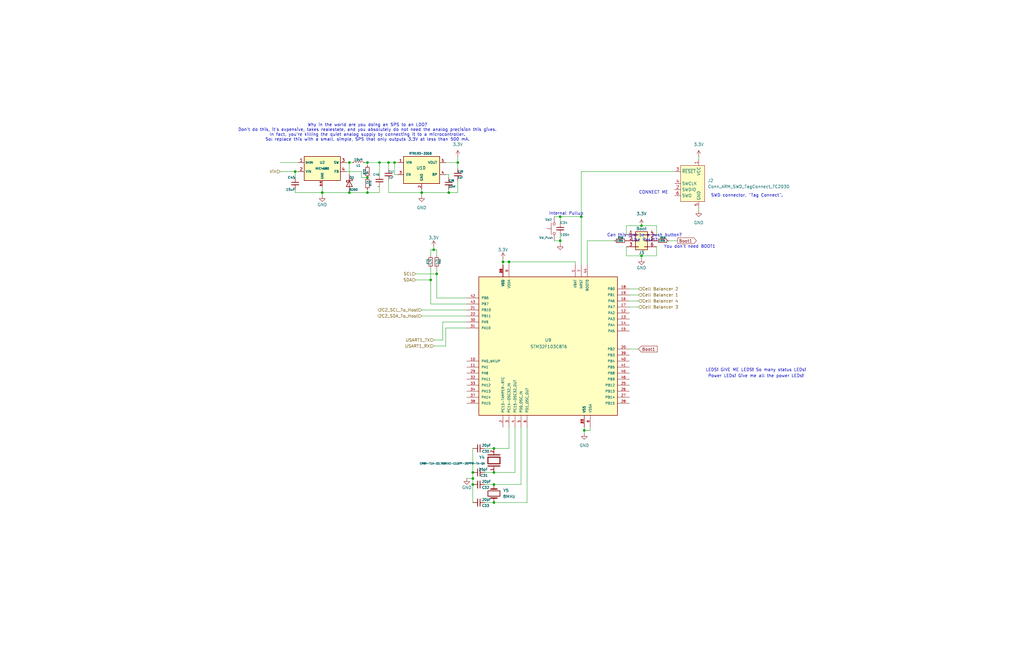
<source format=kicad_sch>
(kicad_sch (version 20250114) (generator "eeschema") (generator_version "9.0")
  (paper "B")
  (title_block (title "Battery Management System") (date "2025-04-20") (rev "0.0.3") (company "Portland State University") (comment 1 "Fernando Custodio, Tyler Tran") (comment 2 "Daniel Anishchenko, Cuauhtemoc Gomez, Cody Reid") (comment 3 "Capstone - Team #6"))
  (lib_symbols
    (symbol "CM8V-T1A-32.768KHZ-12.5PF-20PPM-TA-QA:CM8V-T1A-32.768KHZ-12.5PF-20PPM-TA-QA" (pin_names (offset 1.016))
      (property "Reference" "Y" (at -5.0878 3.8159 0))
      (property "Value" "CM8V-T1A-32.768KHZ-12.5PF-20PPM-TA-QA" (at -5.0944 -5.0944 0))
      (symbol "CM8V-T1A-32.768KHZ-12.5PF-20PPM-TA-QA_0_0"
        (polyline (pts (xy -2.3368 2.54) (xy -2.3368 -2.54)) (stroke (width 0.4064)))
        (polyline (pts (xy -1.397 2.54) (xy -1.397 -2.54)) (stroke (width 0.4064)))
        (polyline (pts (xy -1.397 2.54) (xy 1.397 2.54)) (stroke (width 0.4064)))
        (polyline (pts (xy 1.397 2.54) (xy 1.397 -2.54)) (stroke (width 0.4064)))
        (polyline (pts (xy 1.397 -2.54) (xy -1.397 -2.54)) (stroke (width 0.4064)))
        (polyline (pts (xy 2.3368 2.54) (xy 2.3368 -2.54)) (stroke (width 0.4064)))
        (pin passive line (at -5.08 0 0) (length 2.54) (name "~") (number "1"))
        (pin passive line (at 5.08 0 180) (length 2.54) (name "~") (number "2"))
      )
    )
    (symbol "Connector:Conn_ARM_SWD_TagConnect_TC2030" (in_bom no)
      (property "Reference" "J" (at 2.54 11.43 0))
      (property "Value" "Conn_ARM_SWD_TagConnect_TC2030" (at 5.08 8.89 0))
      (symbol "Conn_ARM_SWD_TagConnect_TC2030_0_0"
        (pin power_in line (at -2.54 10.16 270) (length 2.54) (name "VCC") (number "1"))
        (pin power_in line (at -2.54 -10.16 90) (length 2.54) (name "GND") (number "5"))
        (pin open_collector line (at 7.62 5.08 180) (length 2.54) (name "~{RESET}") (number "3"))
        (pin output line (at 7.62 0 180) (length 2.54) (name "SWCLK") (number "4"))
        (pin bidirectional line (at 7.62 -2.54 180) (length 2.54) (name "SWDIO") (number "2"))
        (pin input line (at 7.62 -5.08 180) (length 2.54) (name "SWO") (number "6"))
      )
      (symbol "Conn_ARM_SWD_TagConnect_TC2030_0_1"
        (rectangle (start -5.08 7.62) (end 5.08 -7.62) (fill (type background)))
      )
    )
    (symbol "Connector_Generic:Conn_02x03_Top_Bottom" (pin_names (offset 1.016) (hide yes))
      (property "Reference" "J" (at 1.27 5.08 0))
      (property "Value" "Conn_02x03_Top_Bottom" (at 1.27 -5.08 0))
      (symbol "Conn_02x03_Top_Bottom_1_1"
        (rectangle (start -1.27 3.81) (end 3.81 -3.81) (stroke (width 0.254)) (fill (type background)))
        (rectangle (start -1.27 2.667) (end 0 2.413) (stroke (width 0.1524)))
        (rectangle (start -1.27 0.127) (end 0 -0.127) (stroke (width 0.1524)))
        (rectangle (start -1.27 -2.413) (end 0 -2.667) (stroke (width 0.1524)))
        (rectangle (start 3.81 2.667) (end 2.54 2.413) (stroke (width 0.1524)))
        (rectangle (start 3.81 0.127) (end 2.54 -0.127) (stroke (width 0.1524)))
        (rectangle (start 3.81 -2.413) (end 2.54 -2.667) (stroke (width 0.1524)))
        (pin passive line (at -5.08 2.54 0) (length 3.81) (name "Pin_1") (number "1"))
        (pin passive line (at -5.08 0 0) (length 3.81) (name "Pin_2") (number "2"))
        (pin passive line (at -5.08 -2.54 0) (length 3.81) (name "Pin_3") (number "3"))
        (pin passive line (at 7.62 2.54 180) (length 3.81) (name "Pin_4") (number "4"))
        (pin passive line (at 7.62 0 180) (length 3.81) (name "Pin_5") (number "5"))
        (pin passive line (at 7.62 -2.54 180) (length 3.81) (name "Pin_6") (number "6"))
      )
    )
    (symbol "Device:C_Small" (pin_numbers (hide yes)) (pin_names (offset 0.254) (hide yes))
      (property "Reference" "C" (at 0.254 1.778 0))
      (property "Value" "C_Small" (at 0.254 -2.032 0))
      (symbol "C_Small_0_1"
        (polyline (pts (xy -1.524 0.508) (xy 1.524 0.508)) (stroke (width 0.3048)))
        (polyline (pts (xy -1.524 -0.508) (xy 1.524 -0.508)) (stroke (width 0.3302)))
      )
      (symbol "C_Small_1_1"
        (pin passive line (at 0 2.54 270) (length 2.032) (name "~") (number "1"))
        (pin passive line (at 0 -2.54 90) (length 2.032) (name "~") (number "2"))
      )
    )
    (symbol "Device:Crystal" (pin_numbers (hide yes)) (pin_names (offset 1.016) (hide yes))
      (property "Reference" "Y" (at 0 3.81 0))
      (property "Value" "Crystal" (at 0 -3.81 0))
      (symbol "Crystal_0_1"
        (polyline (pts (xy -2.54 0) (xy -1.905 0)))
        (polyline (pts (xy -1.905 -1.27) (xy -1.905 1.27)) (stroke (width 0.508)))
        (rectangle (start -1.143 2.54) (end 1.143 -2.54) (stroke (width 0.3048)))
        (polyline (pts (xy 1.905 -1.27) (xy 1.905 1.27)) (stroke (width 0.508)))
        (polyline (pts (xy 2.54 0) (xy 1.905 0)))
      )
      (symbol "Crystal_1_1"
        (pin passive line (at -3.81 0 0) (length 1.27) (name "1") (number "1"))
        (pin passive line (at 3.81 0 180) (length 1.27) (name "2") (number "2"))
      )
    )
    (symbol "Device:L_Small" (pin_numbers (hide yes)) (pin_names (offset 0.254) (hide yes))
      (property "Reference" "L" (at 0.762 1.016 0))
      (property "Value" "L_Small" (at 0.762 -1.016 0))
      (symbol "L_Small_0_1"
        (arc (start 0 2.032) (mid 0.5058 1.524) (end 0 1.016))
        (arc (start 0 1.016) (mid 0.5058 0.508) (end 0 0))
        (arc (start 0 0) (mid 0.5058 -0.508) (end 0 -1.016))
        (arc (start 0 -1.016) (mid 0.5058 -1.524) (end 0 -2.032))
      )
      (symbol "L_Small_1_1"
        (pin passive line (at 0 2.54 270) (length 0.508) (name "~") (number "1"))
        (pin passive line (at 0 -2.54 90) (length 0.508) (name "~") (number "2"))
      )
    )
    (symbol "Device:R_Small" (pin_numbers (hide yes)) (pin_names (offset 0.254) (hide yes))
      (property "Reference" "R" (at 0 0 90))
      (property "Value" "R_Small" (at 1.778 0 90))
      (symbol "R_Small_0_1"
        (rectangle (start -0.762 1.778) (end 0.762 -1.778) (stroke (width 0.2032)))
      )
      (symbol "R_Small_1_1"
        (pin passive line (at 0 2.54 270) (length 0.762) (name "~") (number "1"))
        (pin passive line (at 0 -2.54 90) (length 0.762) (name "~") (number "2"))
      )
    )
    (symbol "Diode:B260" (pin_numbers (hide yes)) (pin_names (offset 1.016) (hide yes))
      (property "Reference" "D" (at 0 2.54 0))
      (property "Value" "B260" (at 0 -2.54 0))
      (symbol "B260_0_1"
        (polyline (pts (xy -1.905 0.635) (xy -1.905 1.27) (xy -1.27 1.27) (xy -1.27 -1.27) (xy -0.635 -1.27) (xy -0.635 -0.635)) (stroke (width 0.254)))
        (polyline (pts (xy 1.27 1.27) (xy 1.27 -1.27) (xy -1.27 0) (xy 1.27 1.27)) (stroke (width 0.254)))
        (polyline (pts (xy 1.27 0) (xy -1.27 0)))
      )
      (symbol "B260_1_1"
        (pin passive line (at -3.81 0 0) (length 2.54) (name "K") (number "1"))
        (pin passive line (at 3.81 0 180) (length 2.54) (name "A") (number "2"))
      )
    )
    (symbol "MIC4680:MIC4680"
      (property "Reference" "U2" (at 0 10.16 0))
      (property "Value" "MIC4680" (at 0 7.62 0))
      (symbol "MIC4680_0_1"
        (rectangle (start -7.62 5.08) (end 7.62 -5.08) (stroke (width 0.254)) (fill (type background)))
      )
      (symbol "MIC4680_1_0"
        (pin power_in line (at 0 -7.62 90) (length 2.54) (name "GND") (number "5-8"))
      )
      (symbol "MIC4680_1_1"
        (pin input line (at -10.16 2.54 0) (length 2.54) (name "SHDN") (number "1"))
        (pin power_in line (at -10.16 -1.27 0) (length 2.54) (name "VIN") (number "2"))
        (pin power_out line (at 10.16 2.54 180) (length 2.54) (name "SW") (number "3"))
        (pin input line (at 10.16 -1.27 180) (length 2.54) (name "FB") (number "4"))
      )
    )
    (symbol "RT9193-33GB:RT9193-33GB" (pin_names (offset 1.016))
      (property "Reference" "U10" (at -0.254 0.254 0))
      (property "Value" "RT9193-33GB" (at -0.508 6.35 0))
      (symbol "RT9193-33GB_0_0"
        (rectangle (start -7.62 5.08) (end 7.62 -6.35) (stroke (width 0.254)) (fill (type background)))
      )
      (symbol "RT9193-33GB_1_0"
        (pin input line (at -10.16 2.54 0) (length 2.54) (name "VIN") (number "1"))
        (pin input line (at -10.16 -2.54 0) (length 2.54) (name "EN") (number "3"))
        (pin power_in line (at 0 -8.89 90) (length 2.54) (name "GND") (number "2"))
        (pin output line (at 10.16 2.54 180) (length 2.54) (name "VOUT") (number "5"))
        (pin passive line (at 10.16 -2.54 180) (length 2.54) (name "BP") (number "4"))
      )
    )
    (symbol "STM32F103C8T6:STM32F103C8T6" (pin_names (offset 1.016))
      (property "Reference" "U9" (at 0 2.54 0))
      (property "Value" "STM32F103C8T6" (at 0.254 -0.254 0))
      (symbol "STM32F103C8T6_0_0"
        (rectangle (start -29.21 29.21) (end 29.21 -29.21) (stroke (width 0.254)) (fill (type background)))
        (pin bidirectional line (at -34.29 20.32 0) (length 5.08) (name "PB6") (number "42"))
        (pin bidirectional line (at -34.29 17.78 0) (length 5.08) (name "PB7") (number "43"))
        (pin bidirectional line (at -34.29 15.24 0) (length 5.08) (name "PB10") (number "21"))
        (pin bidirectional line (at -34.29 12.7 0) (length 5.08) (name "PB11") (number "22"))
        (pin bidirectional line (at -34.29 10.16 0) (length 5.08) (name "PA9") (number "30"))
        (pin bidirectional line (at -34.29 7.62 0) (length 5.08) (name "PA10") (number "31"))
        (pin bidirectional line (at -34.29 -6.35 0) (length 5.08) (name "PA0_WKUP") (number "10"))
        (pin bidirectional line (at -34.29 -8.89 0) (length 5.08) (name "PA1") (number "11"))
        (pin bidirectional line (at -34.29 -11.43 0) (length 5.08) (name "PA8") (number "29"))
        (pin bidirectional line (at -34.29 -13.97 0) (length 5.08) (name "PA11") (number "32"))
        (pin bidirectional line (at -34.29 -16.51 0) (length 5.08) (name "PA12") (number "33"))
        (pin bidirectional line (at -34.29 -19.05 0) (length 5.08) (name "PA13") (number "34"))
        (pin bidirectional line (at -34.29 -21.59 0) (length 5.08) (name "PA14") (number "37"))
        (pin bidirectional line (at -34.29 -24.13 0) (length 5.08) (name "PA15") (number "38"))
        (pin power_in line (at -19.05 34.29 270) (length 5.08) (name "VDD") (number "24"))
        (pin power_in line (at -19.05 34.29 270) (length 5.08) (name "VDD") (number "36"))
        (pin power_in line (at -19.05 34.29 270) (length 5.08) (name "VDD") (number "48"))
        (pin bidirectional line (at -19.05 -34.29 90) (length 5.08) (name "PC13-TAMPER-RTC") (number "2"))
        (pin power_in line (at -16.51 34.29 270) (length 5.08) (name "VDDA") (number "9"))
        (pin bidirectional line (at -16.51 -34.29 90) (length 5.08) (name "PC14-OSC32_IN") (number "3"))
        (pin bidirectional line (at -13.97 -34.29 90) (length 5.08) (name "PC15-OSC32_OUT") (number "4"))
        (pin bidirectional line (at -11.43 -34.29 90) (length 5.08) (name "PD0_OSC_IN") (number "5"))
        (pin bidirectional line (at -8.89 -34.29 90) (length 5.08) (name "PD1_OSC_OUT") (number "6"))
        (pin bidirectional line (at 11.43 34.29 270) (length 5.08) (name "VBAT") (number "1"))
        (pin input line (at 13.97 34.29 270) (length 5.08) (name "NRST") (number "7"))
        (pin power_in line (at 15.24 -34.29 90) (length 5.08) (name "VSS") (number "23"))
        (pin power_in line (at 15.24 -34.29 90) (length 5.08) (name "VSS") (number "35"))
        (pin power_in line (at 15.24 -34.29 90) (length 5.08) (name "VSS") (number "47"))
        (pin input line (at 16.51 34.29 270) (length 5.08) (name "BOOT0") (number "44"))
        (pin power_in line (at 17.78 -34.29 90) (length 5.08) (name "VSSA") (number "8"))
        (pin bidirectional line (at 34.29 24.13 180) (length 5.08) (name "PB0") (number "18"))
        (pin bidirectional line (at 34.29 21.59 180) (length 5.08) (name "PB1") (number "19"))
        (pin bidirectional line (at 34.29 19.05 180) (length 5.08) (name "PA6") (number "16"))
        (pin bidirectional line (at 34.29 16.51 180) (length 5.08) (name "PA7") (number "17"))
        (pin bidirectional line (at 34.29 13.97 180) (length 5.08) (name "PA2") (number "12"))
        (pin bidirectional line (at 34.29 11.43 180) (length 5.08) (name "PA3") (number "13"))
        (pin bidirectional line (at 34.29 8.89 180) (length 5.08) (name "PA4") (number "14"))
        (pin bidirectional line (at 34.29 6.35 180) (length 5.08) (name "PA5") (number "15"))
        (pin bidirectional line (at 34.29 -1.27 180) (length 5.08) (name "PB2") (number "20"))
        (pin bidirectional line (at 34.29 -3.81 180) (length 5.08) (name "PB3") (number "39"))
        (pin bidirectional line (at 34.29 -6.35 180) (length 5.08) (name "PB4") (number "40"))
        (pin bidirectional line (at 34.29 -8.89 180) (length 5.08) (name "PB5") (number "41"))
        (pin bidirectional line (at 34.29 -11.43 180) (length 5.08) (name "PB8") (number "45"))
        (pin bidirectional line (at 34.29 -13.97 180) (length 5.08) (name "PB9") (number "46"))
        (pin bidirectional line (at 34.29 -16.51 180) (length 5.08) (name "PB12") (number "25"))
        (pin bidirectional line (at 34.29 -19.05 180) (length 5.08) (name "PB13") (number "26"))
        (pin bidirectional line (at 34.29 -21.59 180) (length 5.08) (name "PB14") (number "27"))
        (pin bidirectional line (at 34.29 -24.13 180) (length 5.08) (name "PB15") (number "28"))
      )
    )
    (symbol "Switch:SW_Push" (pin_numbers (hide yes)) (pin_names (offset 1.016) (hide yes))
      (property "Reference" "SW" (at 1.27 2.54 0))
      (property "Value" "SW_Push" (at 0 -1.524 0))
      (symbol "SW_Push_0_1"
        (circle (center -2.032 0) (radius 0.508))
        (polyline (pts (xy 0 1.27) (xy 0 3.048)))
        (circle (center 2.032 0) (radius 0.508))
        (polyline (pts (xy 2.54 1.27) (xy -2.54 1.27)))
        (pin passive line (at -5.08 0 0) (length 2.54) (name "1") (number "1"))
        (pin passive line (at 5.08 0 180) (length 2.54) (name "2") (number "2"))
      )
    )
    (symbol "power:GND" (power) (pin_numbers (hide yes)) (pin_names (offset 0) (hide yes))
      (property "Value" "GND" (at 0 -3.81 0))
      (symbol "GND_0_1"
        (polyline (pts (xy 0 0) (xy 0 -1.27) (xy 1.27 -1.27) (xy 0 -2.54) (xy -1.27 -1.27) (xy 0 -1.27)))
      )
      (symbol "GND_1_1"
        (pin power_in line (at 0 0 270) (length 0) (name "~") (number "1"))
      )
    )
    (symbol "power:VCC" (power) (pin_numbers (hide yes)) (pin_names (offset 0) (hide yes))
      (property "Value" "VCC" (at 0 3.556 0))
      (symbol "VCC_0_1"
        (polyline (pts (xy -0.762 1.27) (xy 0 2.54)))
        (polyline (pts (xy 0 2.54) (xy 0.762 1.27)))
        (polyline (pts (xy 0 0) (xy 0 2.54)))
      )
      (symbol "VCC_1_1"
        (pin power_in line (at 0 0 90) (length 0) (name "~") (number "1"))
      )
    )
  )
  (text "You don't need BOOT1" (at 290.83 104.14 0) (effects (font (size 1.27 1.27))))
  (text "Can this just be a push button?\nLike Reset?" (at 271.78 100.33 0) (effects (font (size 1.27 1.27))))
  (text "LEDS! GIVE ME LEDS! So many status LEDs!" (at 318.77 156.21 0) (effects (font (size 1.27 1.27))))
  (text "SWD connector, \"Tag Connect\"." (at 314.96 82.55 0) (effects (font (size 1.27 1.27))))
  (text "Why in the world are you doing an SPS to an LDO?\nDon't do this, it's expensive, takes realestate, and you absolutely do not need the analog precision this gives.\nIn fact, you're killing the quiet analog supply by connecting it to a microcontroller.\nSo: replace this with a small, simple, SPS that only outputs 3.3V at less than 500 mA." (at 154.94 55.88 0) (effects (font (size 1.27 1.27))))
  (text "Power LEDs! Give me all the power LEDs!" (at 318.77 158.75 0) (effects (font (size 1.27 1.27))))
  (text "CONNECT ME" (at 275.59 81.28 0) (effects (font (size 1.27 1.27))))
  (text "Internal Pullup" (at 238.76 90.17 0) (effects (font (size 1.27 1.27))))
  (junction (at 236.22 101.6))
  (junction (at 208.28 199.39))
  (junction (at 208.28 212.09))
  (junction (at 147.32 81.28))
  (junction (at 270.51 107.95))
  (junction (at 199.39 199.39))
  (junction (at 214.63 110.49))
  (junction (at 270.51 95.25))
  (junction (at 163.83 68.58))
  (junction (at 208.28 189.23))
  (junction (at 246.38 181.61))
  (junction (at 212.09 110.49))
  (junction (at 154.94 74.93))
  (junction (at 147.32 68.58))
  (junction (at 199.39 201.93))
  (junction (at 177.8 81.28))
  (junction (at 135.89 81.28))
  (junction (at 199.39 204.47))
  (junction (at 182.88 105.41))
  (junction (at 208.28 204.47))
  (junction (at 166.37 68.58))
  (junction (at 236.22 91.44))
  (junction (at 154.94 81.28))
  (junction (at 154.94 68.58))
  (junction (at 160.02 68.58))
  (junction (at 189.23 81.28))
  (junction (at 181.61 118.11))
  (junction (at 124.46 72.39))
  (junction (at 193.04 68.58))
  (junction (at 184.15 115.57))
  (junction (at 245.11 91.44))
  (wire (pts (xy 166.37 73.66) (xy 166.37 68.58)))
  (wire (pts (xy 125.73 72.39) (xy 124.46 72.39)))
  (wire (pts (xy 233.68 101.6) (xy 236.22 101.6)))
  (wire (pts (xy 147.32 68.58) (xy 147.32 73.66)))
  (wire (pts (xy 264.16 107.95) (xy 270.51 107.95)))
  (wire (pts (xy 182.88 143.51) (xy 186.69 143.51)))
  (wire (pts (xy 163.83 81.28) (xy 177.8 81.28)))
  (wire (pts (xy 264.16 95.25) (xy 270.51 95.25)))
  (wire (pts (xy 193.04 76.2) (xy 193.04 81.28)))
  (wire (pts (xy 181.61 113.03) (xy 181.61 118.11)))
  (wire (pts (xy 135.89 78.74) (xy 135.89 81.28)))
  (wire (pts (xy 264.16 104.14) (xy 264.16 107.95)))
  (wire (pts (xy 154.94 81.28) (xy 147.32 81.28)))
  (wire (pts (xy 193.04 71.12) (xy 193.04 68.58)))
  (wire (pts (xy 189.23 73.66) (xy 187.96 73.66)))
  (wire (pts (xy 208.28 204.47) (xy 219.71 204.47)))
  (wire (pts (xy 242.57 111.76) (xy 242.57 110.49)))
  (wire (pts (xy 167.64 73.66) (xy 166.37 73.66)))
  (wire (pts (xy 265.43 121.92) (xy 269.24 121.92)))
  (wire (pts (xy 175.26 118.11) (xy 181.61 118.11)))
  (wire (pts (xy 177.8 130.81) (xy 196.85 130.81)))
  (wire (pts (xy 184.15 115.57) (xy 184.15 125.73)))
  (wire (pts (xy 163.83 68.58) (xy 166.37 68.58)))
  (wire (pts (xy 196.85 201.93) (xy 199.39 201.93)))
  (wire (pts (xy 212.09 110.49) (xy 212.09 111.76)))
  (wire (pts (xy 199.39 199.39) (xy 199.39 201.93)))
  (wire (pts (xy 135.89 81.28) (xy 135.89 82.55)))
  (wire (pts (xy 181.61 128.27) (xy 196.85 128.27)))
  (wire (pts (xy 184.15 113.03) (xy 184.15 115.57)))
  (wire (pts (xy 222.25 180.34) (xy 222.25 212.09)))
  (wire (pts (xy 248.92 180.34) (xy 248.92 181.61)))
  (wire (pts (xy 118.11 68.58) (xy 125.73 68.58)))
  (wire (pts (xy 259.08 101.6) (xy 247.65 101.6)))
  (wire (pts (xy 124.46 81.28) (xy 135.89 81.28)))
  (wire (pts (xy 153.67 68.58) (xy 154.94 68.58)))
  (wire (pts (xy 147.32 68.58) (xy 148.59 68.58)))
  (wire (pts (xy 236.22 101.6) (xy 236.22 102.87)))
  (wire (pts (xy 265.43 129.54) (xy 269.24 129.54)))
  (wire (pts (xy 208.28 212.09) (xy 222.25 212.09)))
  (wire (pts (xy 152.4 72.39) (xy 152.4 74.93)))
  (wire (pts (xy 265.43 147.32) (xy 269.24 147.32)))
  (wire (pts (xy 154.94 80.01) (xy 154.94 81.28)))
  (wire (pts (xy 246.38 180.34) (xy 246.38 181.61)))
  (wire (pts (xy 187.96 138.43) (xy 196.85 138.43)))
  (wire (pts (xy 152.4 74.93) (xy 154.94 74.93)))
  (wire (pts (xy 285.75 101.6) (xy 281.94 101.6)))
  (wire (pts (xy 189.23 80.01) (xy 189.23 81.28)))
  (wire (pts (xy 204.47 212.09) (xy 208.28 212.09)))
  (wire (pts (xy 245.11 72.39) (xy 245.11 91.44)))
  (wire (pts (xy 181.61 107.95) (xy 181.61 105.41)))
  (wire (pts (xy 276.86 107.95) (xy 270.51 107.95)))
  (wire (pts (xy 154.94 68.58) (xy 154.94 69.85)))
  (wire (pts (xy 276.86 95.25) (xy 270.51 95.25)))
  (wire (pts (xy 193.04 66.04) (xy 193.04 68.58)))
  (wire (pts (xy 160.02 68.58) (xy 160.02 73.66)))
  (wire (pts (xy 175.26 115.57) (xy 184.15 115.57)))
  (wire (pts (xy 214.63 180.34) (xy 214.63 189.23)))
  (wire (pts (xy 199.39 201.93) (xy 199.39 204.47)))
  (wire (pts (xy 163.83 76.2) (xy 163.83 81.28)))
  (wire (pts (xy 135.89 81.28) (xy 147.32 81.28)))
  (wire (pts (xy 199.39 204.47) (xy 199.39 212.09)))
  (wire (pts (xy 182.88 146.05) (xy 187.96 146.05)))
  (wire (pts (xy 276.86 99.06) (xy 276.86 95.25)))
  (wire (pts (xy 217.17 180.34) (xy 217.17 199.39)))
  (wire (pts (xy 208.28 189.23) (xy 214.63 189.23)))
  (wire (pts (xy 204.47 204.47) (xy 208.28 204.47)))
  (wire (pts (xy 214.63 111.76) (xy 214.63 110.49)))
  (wire (pts (xy 186.69 143.51) (xy 186.69 135.89)))
  (wire (pts (xy 236.22 91.44) (xy 236.22 93.98)))
  (wire (pts (xy 166.37 68.58) (xy 167.64 68.58)))
  (wire (pts (xy 247.65 101.6) (xy 247.65 111.76)))
  (wire (pts (xy 181.61 118.11) (xy 181.61 128.27)))
  (wire (pts (xy 177.8 80.01) (xy 177.8 81.28)))
  (wire (pts (xy 248.92 181.61) (xy 246.38 181.61)))
  (wire (pts (xy 294.64 88.9) (xy 294.64 87.63)))
  (wire (pts (xy 294.64 66.04) (xy 294.64 67.31)))
  (wire (pts (xy 204.47 189.23) (xy 208.28 189.23)))
  (wire (pts (xy 204.47 199.39) (xy 208.28 199.39)))
  (wire (pts (xy 181.61 105.41) (xy 182.88 105.41)))
  (wire (pts (xy 118.11 72.39) (xy 124.46 72.39)))
  (wire (pts (xy 177.8 81.28) (xy 189.23 81.28)))
  (wire (pts (xy 276.86 104.14) (xy 276.86 107.95)))
  (wire (pts (xy 214.63 110.49) (xy 212.09 110.49)))
  (wire (pts (xy 177.8 133.35) (xy 196.85 133.35)))
  (wire (pts (xy 212.09 109.22) (xy 212.09 110.49)))
  (wire (pts (xy 242.57 110.49) (xy 214.63 110.49)))
  (wire (pts (xy 265.43 124.46) (xy 269.24 124.46)))
  (wire (pts (xy 236.22 99.06) (xy 236.22 101.6)))
  (wire (pts (xy 160.02 81.28) (xy 154.94 81.28)))
  (wire (pts (xy 184.15 105.41) (xy 182.88 105.41)))
  (wire (pts (xy 189.23 74.93) (xy 189.23 73.66)))
  (wire (pts (xy 124.46 80.01) (xy 124.46 81.28)))
  (wire (pts (xy 187.96 146.05) (xy 187.96 138.43)))
  (wire (pts (xy 245.11 91.44) (xy 236.22 91.44)))
  (wire (pts (xy 160.02 68.58) (xy 163.83 68.58)))
  (wire (pts (xy 245.11 91.44) (xy 245.11 111.76)))
  (wire (pts (xy 265.43 127) (xy 269.24 127)))
  (wire (pts (xy 124.46 72.39) (xy 124.46 74.93)))
  (wire (pts (xy 186.69 135.89) (xy 196.85 135.89)))
  (wire (pts (xy 264.16 99.06) (xy 264.16 95.25)))
  (wire (pts (xy 189.23 81.28) (xy 193.04 81.28)))
  (wire (pts (xy 163.83 68.58) (xy 163.83 71.12)))
  (wire (pts (xy 208.28 199.39) (xy 217.17 199.39)))
  (wire (pts (xy 177.8 81.28) (xy 177.8 82.55)))
  (wire (pts (xy 184.15 125.73) (xy 196.85 125.73)))
  (wire (pts (xy 160.02 78.74) (xy 160.02 81.28)))
  (wire (pts (xy 187.96 68.58) (xy 193.04 68.58)))
  (wire (pts (xy 233.68 91.44) (xy 236.22 91.44)))
  (wire (pts (xy 219.71 180.34) (xy 219.71 204.47)))
  (wire (pts (xy 270.51 109.22) (xy 270.51 107.95)))
  (wire (pts (xy 154.94 68.58) (xy 160.02 68.58)))
  (wire (pts (xy 146.05 68.58) (xy 147.32 68.58)))
  (wire (pts (xy 199.39 189.23) (xy 199.39 199.39)))
  (wire (pts (xy 284.48 72.39) (xy 245.11 72.39)))
  (wire (pts (xy 182.88 104.14) (xy 182.88 105.41)))
  (wire (pts (xy 184.15 107.95) (xy 184.15 105.41)))
  (wire (pts (xy 146.05 72.39) (xy 152.4 72.39)))
  (wire (pts (xy 246.38 181.61) (xy 246.38 182.88)))
  (global_label "Boot1" (shape input) (at 269.24 147.32 0) (property "Intersheetrefs" "${INTERSHEET_REFS}" (effects (hide yes))))
  (global_label "Boot1" (shape output) (at 285.75 101.6 0) (property "Intersheetrefs" "${INTERSHEET_REFS}" (effects (hide yes))))
  (hierarchical_label "SCL" (shape input) (at 175.26 115.57 180))
  (hierarchical_label "I2C2_SCL_To_Host" (shape input) (at 177.8 130.81 180))
  (hierarchical_label "USART1_RX" (shape input) (at 182.88 146.05 180))
  (hierarchical_label "Vin" (shape input) (at 118.11 72.39 180))
  (hierarchical_label "USART1_TX" (shape input) (at 182.88 143.51 180))
  (hierarchical_label "Cell Balancer 2" (shape input) (at 269.24 121.92 0))
  (hierarchical_label "SDA" (shape input) (at 175.26 118.11 180))
  (hierarchical_label "Cell Balancer 1" (shape input) (at 269.24 124.46 0))
  (hierarchical_label "I2C2_SDA_To_Host" (shape input) (at 177.8 133.35 180))
  (hierarchical_label "Cell Balancer 3" (shape input) (at 269.24 129.54 0))
  (hierarchical_label "Cell Balancer 4" (shape input) (at 269.24 127 0))
  (symbol (lib_id "Device:C_Small") (at 193.04 73.66 0) (unit 1)
    (property "Reference" "C29" (at 193.04 72.39 0) (effects (font (size 0.762 0.762)) (justify left)))
    (property "Value" "1uF" (at 193.04 74.93 0) (effects (font (size 0.762 0.762)) (justify left)))
    (property "Footprint" "Capacitor_SMD:C_0201_0603Metric" (effects (hide yes)))
    (property "Description" "Unpolarized capacitor, small symbol" (effects (hide yes)))
  )
  (symbol (lib_id "Device:C_Small") (at 201.93 212.09 270) (unit 1)
    (property "Reference" "C33" (at 203.2 213.36 90) (effects (font (size 1.016 1.016)) (justify left)))
    (property "Value" "20pF" (at 203.2 210.82 90) (effects (font (size 1.016 1.016)) (justify left)))
    (property "Footprint" "Capacitor_SMD:C_0201_0603Metric" (effects (hide yes)))
    (property "Description" "Unpolarized capacitor, small symbol" (effects (hide yes)))
  )
  (symbol (lib_id "power:VCC") (at 193.04 66.04 0) (unit 1)
    (property "Reference" "#PWR029" (effects (hide yes)))
    (property "Value" "3.3V" (at 193.04 60.96 0))
    (property "Description" "Power symbol creates a global label with name \"VCC\"" (effects (hide yes)))
  )
  (symbol (lib_id "Device:C_Small") (at 189.23 77.47 0) (unit 1)
    (property "Reference" "C28" (at 189.23 76.2 0) (effects (font (size 0.762 0.762)) (justify left)))
    (property "Value" "22nF" (at 189.23 78.74 0) (effects (font (size 0.762 0.762)) (justify left)))
    (property "Footprint" "Capacitor_SMD:C_0201_0603Metric" (effects (hide yes)))
    (property "Description" "Unpolarized capacitor, small symbol" (effects (hide yes)))
  )
  (symbol (lib_id "MIC4680:MIC4680") (at 135.89 71.12 0) (unit 1)
    (property "Reference" "U2" (at 135.89 68.58 0) (effects (font (size 1.016 1.016))))
    (property "Value" "MIC4680" (at 135.89 71.12 0) (effects (font (size 0.889 0.889))))
    (property "Footprint" "Package_SO:SOIC-8-1EP_3.9x4.9mm_P1.27mm_EP2.41x3.3mm_ThermalVias" (effects (hide yes)))
    (property "Datasheet" "https://ww1.microchip.com/downloads/en/DeviceDoc/MIC4684.pdf" (effects (hide yes)))
    (property "Description" "2A, 200kHz SuperSwitcher Buck Regulator, 4-30V Input Voltage, Adjustable Output Voltage, SO-8" (effects (hide yes)))
  )
  (symbol (lib_id "Device:R_Small") (at 181.61 110.49 0) (unit 1)
    (property "Reference" "R75" (at 180.34 109.22 90) (effects (font (size 0.762 0.762)) (justify right)))
    (property "Value" "4.7k" (at 181.61 109.22 90) (effects (font (size 0.762 0.762)) (justify right)))
    (property "Footprint" "Resistor_SMD:R_0201_0603Metric" (effects (hide yes)))
    (property "Description" "Resistor, small symbol" (effects (hide yes)))
  )
  (symbol (lib_id "power:VCC") (at 212.09 109.22 0) (unit 1)
    (property "Reference" "#PWR030" (effects (hide yes)))
    (property "Value" "3.3V" (at 212.09 105.41 0))
    (property "Description" "Power symbol creates a global label with name \"VCC\"" (effects (hide yes)))
  )
  (symbol (lib_id "Device:R_Small") (at 261.62 101.6 270) (unit 1)
    (property "Reference" "R58" (at 262.89 100.33 90) (effects (font (size 0.762 0.762)) (justify right)))
    (property "Value" "100k" (at 262.89 101.6 90) (effects (font (size 0.762 0.762)) (justify right)))
    (property "Footprint" "Resistor_SMD:R_0201_0603Metric" (effects (hide yes)))
    (property "Description" "Resistor, small symbol" (effects (hide yes)))
  )
  (symbol (lib_id "Device:C_Small") (at 160.02 76.2 0) (mirror y) (unit 1)
    (property "Reference" "C46" (at 160.02 73.66 0) (effects (font (size 0.889 0.889)) (justify left)))
    (property "Value" "~" (at 160.02 78.74 0) (effects (font (size 1.016 1.016)) (justify left)))
    (property "Footprint" "Capacitor_SMD:C_0201_0603Metric" (effects (hide yes)))
    (property "Description" "Unpolarized capacitor, small symbol" (effects (hide yes)))
  )
  (symbol (lib_id "Device:R_Small") (at 154.94 77.47 0) (mirror y) (unit 1)
    (property "Reference" "R73" (at 156.21 76.2 90) (effects (font (size 0.762 0.762)) (justify right)))
    (property "Value" "1k" (at 154.94 76.2 90) (effects (font (size 0.762 0.762)) (justify right)))
    (property "Footprint" "Resistor_SMD:R_0201_0603Metric" (effects (hide yes)))
    (property "Description" "Resistor, small symbol" (effects (hide yes)))
  )
  (symbol (lib_id "Device:C_Small") (at 201.93 199.39 90) (unit 1)
    (property "Reference" "C31" (at 205.74 200.66 90) (effects (font (size 1.016 1.016)) (justify left)))
    (property "Value" "20pF" (at 205.74 198.12 90) (effects (font (size 1.016 1.016)) (justify left)))
    (property "Footprint" "Capacitor_SMD:C_0201_0603Metric" (effects (hide yes)))
    (property "Description" "Unpolarized capacitor, small symbol" (effects (hide yes)))
  )
  (symbol (lib_id "Device:C_Small") (at 236.22 96.52 0) (unit 1)
    (property "Reference" "C34" (at 236.22 93.98 0) (effects (font (size 1.016 1.016)) (justify left)))
    (property "Value" "100n" (at 236.22 99.06 0) (effects (font (size 1.016 1.016)) (justify left)))
    (property "Footprint" "Capacitor_SMD:C_0201_0603Metric" (effects (hide yes)))
    (property "Description" "Unpolarized capacitor, small symbol" (effects (hide yes)))
  )
  (symbol (lib_id "Device:C_Small") (at 201.93 204.47 270) (unit 1)
    (property "Reference" "C32" (at 203.2 205.74 90) (effects (font (size 1.016 1.016)) (justify left)))
    (property "Value" "20pF" (at 203.2 203.2 90) (effects (font (size 1.016 1.016)) (justify left)))
    (property "Footprint" "Capacitor_SMD:C_0201_0603Metric" (effects (hide yes)))
    (property "Description" "Unpolarized capacitor, small symbol" (effects (hide yes)))
  )
  (symbol (lib_id "STM32F103C8T6:STM32F103C8T6") (at 231.14 146.05 0) (unit 1)
    (property "Reference" "U9" (at 231.14 143.51 0))
    (property "Value" "STM32F103C8T6" (at 231.394 146.304 0))
    (property "Footprint" "STM32F103C8T6:QFP50P900X900X160-48N" (effects (hide yes)))
    (property "MF" "STMicroelectronics" (effects (hide yes)))
    (property "Description_1" "ARM® Cortex®-M3 STM32F1 Microcontroller IC 32-Bit 72MHz 64KB (64K x 8) FLASH 48-LQFP (7x7)" (effects (hide yes)))
    (property "Package" "LQFP-48 STMicroelectronics" (effects (hide yes)))
    (property "Price" "None" (effects (hide yes)))
    (property "Check_prices" "https://www.snapeda.com/parts/STM32F103C8T6/STMicroelectronics/view-part/?ref=eda" (effects (hide yes)))
    (property "STANDARD" "IPC7351B" (effects (hide yes)))
    (property "PARTREV" "10" (effects (hide yes)))
    (property "SnapEDA_Link" "https://www.snapeda.com/parts/STM32F103C8T6/STMicroelectronics/view-part/?ref=snap" (effects (hide yes)))
    (property "MP" "STM32F103C8T6" (effects (hide yes)))
    (property "Availability" "In Stock" (effects (hide yes)))
    (property "MANUFACTURER" "ST Microelectronics" (effects (hide yes)))
  )
  (symbol (lib_id "Device:L_Small") (at 151.13 68.58 90) (unit 1)
    (property "Reference" "L1" (at 151.13 69.85 90) (effects (font (size 0.889 0.889))))
    (property "Value" "10uH" (at 151.13 67.31 90) (effects (font (size 0.889 0.889))))
    (property "Description" "Inductor, small symbol" (effects (hide yes)))
  )
  (symbol (lib_id "power:GND") (at 270.51 109.22 0) (unit 1)
    (property "Reference" "#PWR055" (effects (hide yes)))
    (property "Value" "GND" (at 270.51 113.03 0))
    (property "Description" "Power symbol creates a global label with name \"GND\" , ground" (effects (hide yes)))
  )
  (symbol (lib_id "Device:C_Small") (at 163.83 73.66 0) (unit 1)
    (property "Reference" "C11" (at 163.83 72.39 0) (effects (font (size 0.762 0.762)) (justify left)))
    (property "Value" "1uF" (at 163.83 74.93 0) (effects (font (size 0.762 0.762)) (justify left)))
    (property "Footprint" "Capacitor_SMD:C_0201_0603Metric" (effects (hide yes)))
    (property "Description" "Unpolarized capacitor, small symbol" (effects (hide yes)))
  )
  (symbol (lib_id "power:GND") (at 177.8 82.55 0) (unit 1)
    (property "Reference" "#PWR014" (effects (hide yes)))
    (property "Value" "GND" (at 177.8 87.63 0))
    (property "Description" "Power symbol creates a global label with name \"GND\" , ground" (effects (hide yes)))
  )
  (symbol (lib_id "Device:Crystal") (at 208.28 208.28 90) (unit 1)
    (property "Reference" "Y5" (at 212.09 207.0099 90) (effects (justify right)))
    (property "Value" "8MHz" (at 212.09 209.5499 90) (effects (justify right)))
    (property "Footprint" "Crystal:Crystal_HC49-4H_Vertical" (effects (hide yes)))
    (property "Description" "Two pin crystal" (effects (hide yes)))
  )
  (symbol (lib_id "power:VCC") (at 182.88 104.14 0) (unit 1)
    (property "Reference" "#PWR031" (effects (hide yes)))
    (property "Value" "3.3V" (at 182.88 100.33 0))
    (property "Description" "Power symbol creates a global label with name \"VCC\"" (effects (hide yes)))
  )
  (symbol (lib_id "Device:R_Small") (at 184.15 110.49 0) (mirror y) (unit 1)
    (property "Reference" "R60" (at 185.42 109.22 90) (effects (font (size 0.762 0.762)) (justify right)))
    (property "Value" "4.7k" (at 184.15 109.22 90) (effects (font (size 0.762 0.762)) (justify right)))
    (property "Footprint" "Resistor_SMD:R_0201_0603Metric" (effects (hide yes)))
    (property "Description" "Resistor, small symbol" (effects (hide yes)))
  )
  (symbol (lib_id "power:VCC") (at 294.64 66.04 0) (unit 1)
    (property "Reference" "#PWR073" (effects (hide yes)))
    (property "Value" "3.3V" (at 294.64 60.96 0))
    (property "Description" "Power symbol creates a global label with name \"VCC\"" (effects (hide yes)))
  )
  (symbol (lib_id "Device:C_Small") (at 201.93 189.23 270) (unit 1)
    (property "Reference" "C30" (at 203.2 190.5 90) (effects (font (size 1.016 1.016)) (justify left)))
    (property "Value" "20pF" (at 203.2 187.96 90) (effects (font (size 1.016 1.016)) (justify left)))
    (property "Footprint" "Capacitor_SMD:C_0201_0603Metric" (effects (hide yes)))
    (property "Description" "Unpolarized capacitor, small symbol" (effects (hide yes)))
  )
  (symbol (lib_id "Device:C_Small") (at 124.46 77.47 0) (mirror y) (unit 1)
    (property "Reference" "C45" (at 124.46 74.93 0) (effects (font (size 1.016 1.016)) (justify left)))
    (property "Value" "15uF" (at 124.46 80.01 0) (effects (font (size 1.016 1.016)) (justify left)))
    (property "Footprint" "Capacitor_SMD:C_0201_0603Metric" (effects (hide yes)))
    (property "Description" "Unpolarized capacitor, small symbol" (effects (hide yes)))
  )
  (symbol (lib_id "Diode:B260") (at 147.32 77.47 270) (unit 1)
    (property "Reference" "D1" (at 147.32 74.93 90) (effects (font (size 1.016 1.016)) (justify left)))
    (property "Value" "B260" (at 147.32 80.01 90) (effects (font (size 0.889 0.889)) (justify left)))
    (property "Footprint" "Diode_SMD:D_SMB" (effects (hide yes)))
    (property "Datasheet" "http://www.jameco.com/Jameco/Products/ProdDS/1538777.pdf" (effects (hide yes)))
    (property "Description" "60V 2A Schottky Barrier Rectifier Diode, SMB" (effects (hide yes)))
  )
  (symbol (lib_id "CM8V-T1A-32.768KHZ-12.5PF-20PPM-TA-QA:CM8V-T1A-32.768KHZ-12.5PF-20PPM-TA-QA") (at 208.28 194.31 270) (mirror x) (unit 1)
    (property "Reference" "Y4" (at 204.47 193.04 90) (effects (justify right)))
    (property "Value" "CM8V-T1A-32.768KHZ-12.5PF-20PPM-TA-QA" (at 204.47 195.58 90) (effects (font (size 0.762 0.762)) (justify right)))
    (property "Footprint" "CM8V-T1A-32.768KHZ:XTAL_CM8V-T1A-32.768KHZ-12.5PF-20PPM-TA-QA" (effects (hide yes)))
    (property "MF" "Micro Crystal AG" (effects (hide yes)))
    (property "MAXIMUM_PACKAGE_HEIGHT" "0.6 mm" (effects (hide yes)))
    (property "Package" "SMD-2 Micro Crystal" (effects (hide yes)))
    (property "Price" "None" (effects (hide yes)))
    (property "Check_prices" "https://www.snapeda.com/parts/CM8V-T1A-32.768KHZ-12.5PF-20PPM-TA-QA/Micro+Crystal+AG/view-part/?ref=eda" (effects (hide yes)))
    (property "STANDARD" "Manufacturer Recommendations" (effects (hide yes)))
    (property "PARTREV" "1.3/03.2021" (effects (hide yes)))
    (property "SnapEDA_Link" "https://www.snapeda.com/parts/CM8V-T1A-32.768KHZ-12.5PF-20PPM-TA-QA/Micro+Crystal+AG/view-part/?ref=snap" (effects (hide yes)))
    (property "MP" "CM8V-T1A-32.768KHZ-12.5PF-20PPM-TA-QA" (effects (hide yes)))
    (property "Description_1" "32.768 kHz ±20ppm Crystal 12.5pF 70 kOhms 2-SMD, No Lead" (effects (hide yes)))
    (property "Availability" "In Stock" (effects (hide yes)))
    (property "MANUFACTURER" "Micro Crystal" (effects (hide yes)))
  )
  (symbol (lib_id "RT9193-33GB:RT9193-33GB") (at 177.8 71.12 0) (unit 1)
    (property "Reference" "U10" (at 177.546 70.866 0))
    (property "Value" "RT9193-33GB" (at 177.292 64.77 0) (effects (font (size 0.889 0.889))))
    (property "Footprint" "Package_TO_SOT_SMD:SOT-23-5" (effects (hide yes)))
    (property "MF" "Richtek USA" (effects (hide yes)))
    (property "Description_1" "Linear Voltage Regulator IC Positive Fixed 1 Output  300mA TSOT-23-5" (effects (hide yes)))
    (property "PACKAGE" "SOT-23-5" (effects (hide yes)))
    (property "PRICE" "$0.19 USD" (effects (hide yes)))
    (property "Package" "SOT-23-5 Richtek" (effects (hide yes)))
    (property "Check_prices" "https://www.snapeda.com/parts/RT9193-33GB/Richtek/view-part/?ref=eda" (effects (hide yes)))
    (property "Price" "None" (effects (hide yes)))
    (property "SnapEDA_Link" "https://www.snapeda.com/parts/RT9193-33GB/Richtek/view-part/?ref=snap" (effects (hide yes)))
    (property "MP" "RT9193-33GB" (effects (hide yes)))
    (property "AVAILABILITY" "Good" (effects (hide yes)))
    (property "Availability" "In Stock" (effects (hide yes)))
  )
  (symbol (lib_id "power:GND") (at 246.38 182.88 0) (unit 1)
    (property "Reference" "#PWR051" (effects (hide yes)))
    (property "Value" "GND" (at 246.38 187.96 0))
    (property "Description" "Power symbol creates a global label with name \"GND\" , ground" (effects (hide yes)))
  )
  (symbol (lib_id "power:GND") (at 236.22 102.87 0) (unit 1)
    (property "Reference" "#PWR021" (effects (hide yes)))
    (property "Value" "GND" (at 240.03 104.14 0) (effects (font (size 0.001 0.001)) (justify left)))
    (property "Description" "Power symbol creates a global label with name \"GND\" , ground" (effects (hide yes)))
  )
  (symbol (lib_id "power:VCC") (at 270.51 95.25 0) (unit 1)
    (property "Reference" "#PWR054" (effects (hide yes)))
    (property "Value" "3.3V" (at 270.51 90.17 0))
    (property "Description" "Power symbol creates a global label with name \"VCC\"" (effects (hide yes)))
  )
  (symbol (lib_id "Device:R_Small") (at 279.4 101.6 270) (unit 1)
    (property "Reference" "R59" (at 280.67 100.33 90) (effects (font (size 0.762 0.762)) (justify right)))
    (property "Value" "100k" (at 280.67 101.6 90) (effects (font (size 0.762 0.762)) (justify right)))
    (property "Footprint" "Resistor_SMD:R_0201_0603Metric" (effects (hide yes)))
    (property "Description" "Resistor, small symbol" (effects (hide yes)))
  )
  (symbol (lib_id "power:GND") (at 196.85 201.93 0) (unit 1)
    (property "Reference" "#PWR056" (effects (hide yes)))
    (property "Value" "GND" (at 196.85 205.74 0))
    (property "Description" "Power symbol creates a global label with name \"GND\" , ground" (effects (hide yes)))
  )
  (symbol (lib_id "Connector:Conn_ARM_SWD_TagConnect_TC2030") (at 292.1 77.47 0) (mirror y) (unit 1) (in_bom no)
    (property "Reference" "J2" (at 298.45 76.1999 0) (effects (justify right)))
    (property "Value" "Conn_ARM_SWD_TagConnect_TC2030" (at 298.45 78.7399 0) (effects (justify right)))
    (property "Footprint" "Connector:Tag-Connect_TC2030-IDC-FP_2x03_P1.27mm_Vertical" (effects (hide yes)))
    (property "Datasheet" "https://www.tag-connect.com/wp-content/uploads/bsk-pdf-manager/TC2030-CTX_1.pdf" (effects (hide yes)))
    (property "Description" "Tag-Connect ARM Cortex SWD JTAG connector, 6 pin" (effects (hide yes)))
  )
  (symbol (lib_id "Connector_Generic:Conn_02x03_Top_Bottom") (at 269.24 101.6 0) (unit 1)
    (property "Reference" "J3" (at 270.51 106.68 0))
    (property "Value" "Boot" (at 270.51 96.52 0))
    (property "Description" "Generic connector, double row, 02x03, top/bottom pin numbering scheme (row 1: 1...pins_per_row, row2: pins_per_row+1 ... num_pins), script generated (kicad-library-utils/schlib/autogen/connector/)" (effects (hide yes)))
  )
  (symbol (lib_id "power:GND") (at 135.89 82.55 0) (unit 1)
    (property "Reference" "#PWR070" (effects (hide yes)))
    (property "Value" "GND" (at 135.89 86.36 0))
    (property "Description" "Power symbol creates a global label with name \"GND\" , ground" (effects (hide yes)))
  )
  (symbol (lib_id "Switch:SW_Push") (at 233.68 96.52 90) (unit 1)
    (property "Reference" "SW2" (at 229.87 92.71 90) (effects (font (size 0.889 0.889)) (justify right)))
    (property "Value" "SW_Push" (at 227.33 100.33 90) (effects (font (size 0.889 0.889)) (justify right)))
    (property "Description" "Push button switch, generic, two pins" (effects (hide yes)))
  )
  (symbol (lib_id "power:GND") (at 294.64 88.9 0) (unit 1)
    (property "Reference" "#PWR072" (effects (hide yes)))
    (property "Value" "GND" (at 294.64 93.98 0))
    (property "Description" "Power symbol creates a global label with name \"GND\" , ground" (effects (hide yes)))
  )
  (symbol (lib_id "Device:R_Small") (at 154.94 72.39 0) (mirror x) (unit 1)
    (property "Reference" "R72" (at 153.67 73.66 90) (effects (font (size 0.762 0.762)) (justify right)))
    (property "Value" "3k" (at 154.94 73.66 90) (effects (font (size 0.762 0.762)) (justify right)))
    (property "Footprint" "Resistor_SMD:R_0201_0603Metric" (effects (hide yes)))
    (property "Description" "Resistor, small symbol" (effects (hide yes)))
  )
)
</source>
